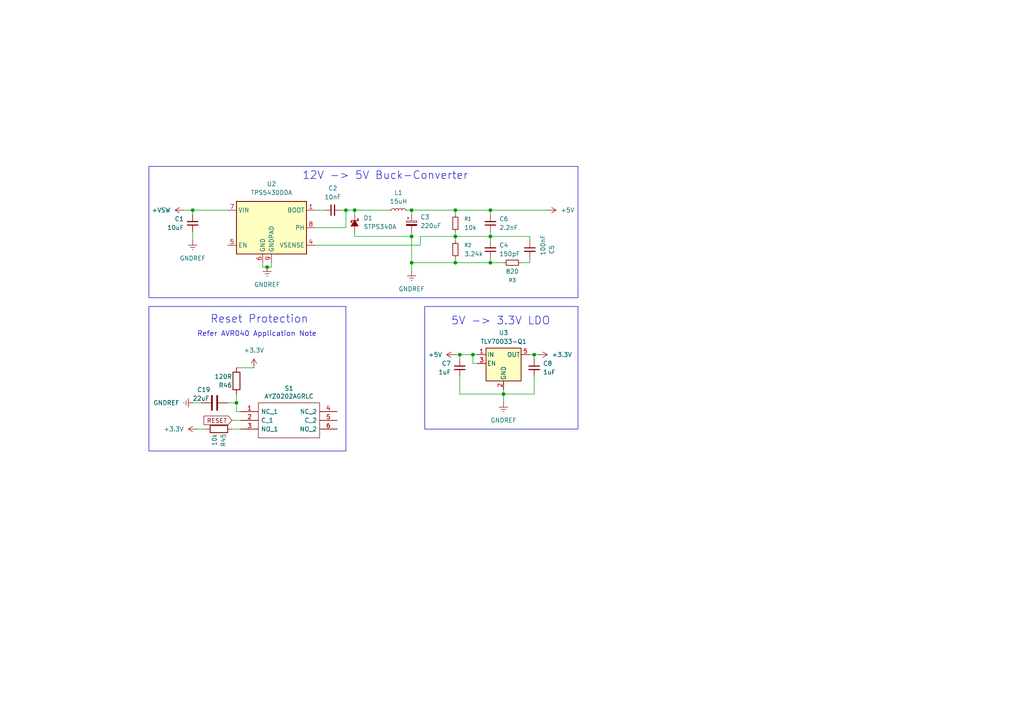
<source format=kicad_sch>
(kicad_sch (version 20250114) (generator "eeschema") (generator_version "9.0")
  (paper "A4")
  (lib_symbols
    (symbol "Device:C" (pin_numbers (hide yes)) (pin_names (offset 0.254))
      (property "Reference" "C" (at 0.635 2.54 0))
      (property "Value" "C" (at 0.635 -2.54 0))
      (symbol "C_0_1"
        (polyline (pts (xy -2.032 0.762) (xy 2.032 0.762)) (stroke (width 0.508)))
        (polyline (pts (xy -2.032 -0.762) (xy 2.032 -0.762)) (stroke (width 0.508)))
      )
      (symbol "C_1_1"
        (pin passive line (at 0 3.81 270) (length 2.794) (name "~") (number "1"))
        (pin passive line (at 0 -3.81 90) (length 2.794) (name "~") (number "2"))
      )
    )
    (symbol "Device:C_Polarized_Small" (pin_numbers (hide yes)) (pin_names (offset 0.254) (hide yes))
      (property "Reference" "C" (at 0.254 1.778 0))
      (property "Value" "C_Polarized_Small" (at 0.254 -2.032 0))
      (symbol "C_Polarized_Small_0_1"
        (rectangle (start -1.524 0.6858) (end 1.524 0.3048))
        (rectangle (start -1.524 -0.3048) (end 1.524 -0.6858) (fill (type outline)))
        (polyline (pts (xy -1.27 1.524) (xy -0.762 1.524)))
        (polyline (pts (xy -1.016 1.27) (xy -1.016 1.778)))
      )
      (symbol "C_Polarized_Small_1_1"
        (pin passive line (at 0 2.54 270) (length 1.8542) (name "~") (number "1"))
        (pin passive line (at 0 -2.54 90) (length 1.8542) (name "~") (number "2"))
      )
    )
    (symbol "Device:C_Small" (pin_numbers (hide yes)) (pin_names (offset 0.254) (hide yes))
      (property "Reference" "C" (at 0.254 1.778 0))
      (property "Value" "C_Small" (at 0.254 -2.032 0))
      (symbol "C_Small_0_1"
        (polyline (pts (xy -1.524 0.508) (xy 1.524 0.508)) (stroke (width 0.3048)))
        (polyline (pts (xy -1.524 -0.508) (xy 1.524 -0.508)) (stroke (width 0.3302)))
      )
      (symbol "C_Small_1_1"
        (pin passive line (at 0 2.54 270) (length 2.032) (name "~") (number "1"))
        (pin passive line (at 0 -2.54 90) (length 2.032) (name "~") (number "2"))
      )
    )
    (symbol "Device:D_Schottky_Small_Filled" (pin_numbers (hide yes)) (pin_names (offset 0.254) (hide yes))
      (property "Reference" "D" (at -1.27 2.032 0))
      (property "Value" "D_Schottky_Small_Filled" (at -7.112 -2.032 0))
      (symbol "D_Schottky_Small_Filled_0_1"
        (polyline (pts (xy -1.27 0.762) (xy -1.27 1.016) (xy -0.762 1.016) (xy -0.762 -1.016) (xy -0.254 -1.016) (xy -0.254 -0.762)) (stroke (width 0.254)))
        (polyline (pts (xy -0.762 0) (xy 0.762 0)))
        (polyline (pts (xy 0.762 -1.016) (xy -0.762 0) (xy 0.762 1.016) (xy 0.762 -1.016)) (stroke (width 0.254)) (fill (type outline)))
      )
      (symbol "D_Schottky_Small_Filled_1_1"
        (pin passive line (at -2.54 0 0) (length 1.778) (name "K") (number "1"))
        (pin passive line (at 2.54 0 180) (length 1.778) (name "A") (number "2"))
      )
    )
    (symbol "Device:L_Small" (pin_numbers (hide yes)) (pin_names (offset 0.254) (hide yes))
      (property "Reference" "L" (at 0.762 1.016 0))
      (property "Value" "L_Small" (at 0.762 -1.016 0))
      (symbol "L_Small_0_1"
        (arc (start 0 2.032) (mid 0.5058 1.524) (end 0 1.016))
        (arc (start 0 1.016) (mid 0.5058 0.508) (end 0 0))
        (arc (start 0 0) (mid 0.5058 -0.508) (end 0 -1.016))
        (arc (start 0 -1.016) (mid 0.5058 -1.524) (end 0 -2.032))
      )
      (symbol "L_Small_1_1"
        (pin passive line (at 0 2.54 270) (length 0.508) (name "~") (number "1"))
        (pin passive line (at 0 -2.54 90) (length 0.508) (name "~") (number "2"))
      )
    )
    (symbol "Device:R" (pin_numbers (hide yes)) (pin_names (offset 0))
      (property "Reference" "R" (at 2.032 0 90))
      (property "Value" "R" (at 0 0 90))
      (symbol "R_0_1"
        (rectangle (start -1.016 -2.54) (end 1.016 2.54) (stroke (width 0.254)))
      )
      (symbol "R_1_1"
        (pin passive line (at 0 3.81 270) (length 1.27) (name "~") (number "1"))
        (pin passive line (at 0 -3.81 90) (length 1.27) (name "~") (number "2"))
      )
    )
    (symbol "Device:R_Small" (pin_numbers (hide yes)) (pin_names (offset 0.254) (hide yes))
      (property "Reference" "R" (at 0 0 90))
      (property "Value" "R_Small" (at 1.778 0 90))
      (symbol "R_Small_0_1"
        (rectangle (start -0.762 1.778) (end 0.762 -1.778) (stroke (width 0.2032)))
      )
      (symbol "R_Small_1_1"
        (pin passive line (at 0 2.54 270) (length 0.762) (name "~") (number "1"))
        (pin passive line (at 0 -2.54 90) (length 0.762) (name "~") (number "2"))
      )
    )
    (symbol "Regulator_Linear:TLV70033_SOT23-5" (pin_names (offset 0.254))
      (property "Reference" "U" (at -3.81 5.715 0))
      (property "Value" "TLV70033_SOT23-5" (at 0 5.715 0))
      (symbol "TLV70033_SOT23-5_0_1"
        (rectangle (start -5.08 4.445) (end 5.08 -5.08) (stroke (width 0.254)) (fill (type background)))
      )
      (symbol "TLV70033_SOT23-5_1_1"
        (pin power_in line (at -7.62 2.54 0) (length 2.54) (name "IN") (number "1"))
        (pin input line (at -7.62 0 0) (length 2.54) (name "EN") (number "3"))
        (pin power_in line (at 0 -7.62 90) (length 2.54) (name "GND") (number "2"))
        (pin no_connect line (at 5.08 0 180) (length 2.54) (hide yes) (name "NC") (number "4"))
        (pin power_out line (at 7.62 2.54 180) (length 2.54) (name "OUT") (number "5"))
      )
    )
    (symbol "Regulator_Switching:TPS5430DDA"
      (property "Reference" "U" (at -10.16 8.89 0))
      (property "Value" "TPS5430DDA" (at -1.27 8.89 0))
      (symbol "TPS5430DDA_0_1"
        (rectangle (start -10.16 7.62) (end 10.16 -7.62) (stroke (width 0.254)) (fill (type background)))
      )
      (symbol "TPS5430DDA_1_1"
        (pin power_in line (at -12.7 5.08 0) (length 2.54) (name "VIN") (number "7"))
        (pin input line (at -12.7 -5.08 0) (length 2.54) (name "EN") (number "5"))
        (pin no_connect line (at -10.16 2.54 0) (length 2.54) (hide yes) (name "NC") (number "2"))
        (pin no_connect line (at -10.16 -2.54 0) (length 2.54) (hide yes) (name "NC") (number "3"))
        (pin power_in line (at -2.54 -10.16 90) (length 2.54) (name "GND") (number "6"))
        (pin power_in line (at 0 -10.16 90) (length 2.54) (name "GNDPAD") (number "9"))
        (pin input line (at 12.7 5.08 180) (length 2.54) (name "BOOT") (number "1"))
        (pin output line (at 12.7 0 180) (length 2.54) (name "PH") (number "8"))
        (pin input line (at 12.7 -5.08 180) (length 2.54) (name "VSENSE") (number "4"))
      )
    )
    (symbol "power:+3.3V" (power) (pin_numbers (hide yes)) (pin_names (offset 0) (hide yes))
      (property "Value" "+3.3V" (at 0 3.556 0))
      (symbol "+3.3V_0_1"
        (polyline (pts (xy -0.762 1.27) (xy 0 2.54)))
        (polyline (pts (xy 0 2.54) (xy 0.762 1.27)))
        (polyline (pts (xy 0 0) (xy 0 2.54)))
      )
      (symbol "+3.3V_1_1"
        (pin power_in line (at 0 0 90) (length 0) (name "~") (number "1"))
      )
    )
    (symbol "power:+5V" (power) (pin_numbers (hide yes)) (pin_names (offset 0) (hide yes))
      (property "Value" "+5V" (at 0 3.556 0))
      (symbol "+5V_0_1"
        (polyline (pts (xy -0.762 1.27) (xy 0 2.54)))
        (polyline (pts (xy 0 2.54) (xy 0.762 1.27)))
        (polyline (pts (xy 0 0) (xy 0 2.54)))
      )
      (symbol "+5V_1_1"
        (pin power_in line (at 0 0 90) (length 0) (name "~") (number "1"))
      )
    )
    (symbol "power:+VSW" (power) (pin_numbers (hide yes)) (pin_names (offset 0) (hide yes))
      (property "Value" "+VSW" (at 0 3.556 0))
      (symbol "+VSW_0_1"
        (polyline (pts (xy -0.762 1.27) (xy 0 2.54)))
        (polyline (pts (xy 0 2.54) (xy 0.762 1.27)))
        (polyline (pts (xy 0 0) (xy 0 2.54)))
      )
      (symbol "+VSW_1_1"
        (pin power_in line (at 0 0 90) (length 0) (name "~") (number "1"))
      )
    )
    (symbol "power:GNDREF" (power) (pin_numbers (hide yes)) (pin_names (offset 0) (hide yes))
      (property "Value" "GNDREF" (at 0 -3.81 0))
      (symbol "GNDREF_0_1"
        (polyline (pts (xy -0.635 -1.905) (xy 0.635 -1.905)))
        (polyline (pts (xy -0.127 -2.54) (xy 0.127 -2.54)))
        (polyline (pts (xy 0 -1.27) (xy 0 0)))
        (polyline (pts (xy 1.27 -1.27) (xy -1.27 -1.27)))
      )
      (symbol "GNDREF_1_1"
        (pin power_in line (at 0 0 270) (length 0) (name "~") (number "1"))
      )
    )
    (symbol "v0.4.4c-rescue:AYZ0202AGRLC-Misc" (pin_names (offset 0.762))
      (property "Reference" "S" (at 24.13 7.62 0))
      (property "Value" "v0.4.4c-rescue_AYZ0202AGRLC-Misc" (at 24.13 5.08 0))
      (symbol "AYZ0202AGRLC-Misc_0_0"
        (pin bidirectional line (at 0 0 0) (length 5.08) (name "NC_1") (number "1"))
        (pin bidirectional line (at 0 -2.54 0) (length 5.08) (name "C_1") (number "2"))
        (pin bidirectional line (at 0 -5.08 0) (length 5.08) (name "NO_1") (number "3"))
        (pin bidirectional line (at 27.94 0 180) (length 5.08) (name "NC_2") (number "4"))
        (pin bidirectional line (at 27.94 -2.54 180) (length 5.08) (name "C_2") (number "5"))
        (pin bidirectional line (at 27.94 -5.08 180) (length 5.08) (name "NO_2") (number "6"))
      )
      (symbol "AYZ0202AGRLC-Misc_0_1"
        (polyline (pts (xy 5.08 2.54) (xy 22.86 2.54) (xy 22.86 -7.62) (xy 5.08 -7.62) (xy 5.08 2.54)) (stroke (width 0.1524)))
      )
    )
  )
  (rectangle (start 123.19 88.9) (end 167.64 124.46))
  (rectangle (start 43.18 88.9) (end 100.33 130.81))
  (rectangle (start 43.18 48.26) (end 167.64 86.36))
  (text "5V -> 3.3V LDO" (at 130.81 94.488 0) (effects (font (size 2.2606 2.2606)) (justify left bottom)))
  (text "Reset Protection" (at 60.96 93.98 0) (effects (font (size 2.2606 2.2606)) (justify left bottom)))
  (text "12V -> 5V Buck-Converter" (at 87.63 52.324 0) (effects (font (size 2.2606 2.2606)) (justify left bottom)))
  (text "Refer AVR040 Application Note" (at 57.15 97.79 0) (effects (font (size 1.4732 1.4732)) (justify left bottom)))
  (junction (at 77.47 77.47))
  (junction (at 100.33 60.96))
  (junction (at 119.38 76.2))
  (junction (at 132.08 68.58))
  (junction (at 142.24 60.96))
  (junction (at 142.24 68.58))
  (junction (at 102.87 60.96))
  (junction (at 154.94 102.87))
  (junction (at 55.88 60.96))
  (junction (at 133.35 102.87))
  (junction (at 132.08 60.96))
  (junction (at 119.38 60.96))
  (junction (at 142.24 76.2))
  (junction (at 68.58 116.84))
  (junction (at 146.05 114.3))
  (junction (at 137.16 102.87))
  (junction (at 132.08 76.2))
  (junction (at 119.38 68.58))
  (wire (pts (xy 133.35 102.87) (xy 133.35 104.14)))
  (wire (pts (xy 67.31 121.92) (xy 69.85 121.92)))
  (wire (pts (xy 102.87 67.31) (xy 102.87 68.58)))
  (wire (pts (xy 53.34 60.96) (xy 55.88 60.96)))
  (wire (pts (xy 55.88 62.23) (xy 55.88 60.96)))
  (wire (pts (xy 91.44 66.04) (xy 100.33 66.04)))
  (wire (pts (xy 153.67 74.93) (xy 153.67 76.2)))
  (wire (pts (xy 100.33 60.96) (xy 102.87 60.96)))
  (wire (pts (xy 78.74 76.2) (xy 78.74 77.47)))
  (wire (pts (xy 102.87 60.96) (xy 113.03 60.96)))
  (wire (pts (xy 55.88 67.31) (xy 55.88 69.85)))
  (wire (pts (xy 154.94 102.87) (xy 153.67 102.87)))
  (wire (pts (xy 132.08 102.87) (xy 133.35 102.87)))
  (wire (pts (xy 68.58 119.38) (xy 69.85 119.38)))
  (wire (pts (xy 154.94 109.22) (xy 154.94 114.3)))
  (wire (pts (xy 146.05 113.03) (xy 146.05 114.3)))
  (wire (pts (xy 132.08 62.23) (xy 132.08 60.96)))
  (wire (pts (xy 121.92 68.58) (xy 132.08 68.58)))
  (wire (pts (xy 55.88 60.96) (xy 66.04 60.96)))
  (wire (pts (xy 153.67 68.58) (xy 153.67 69.85)))
  (wire (pts (xy 67.31 124.46) (xy 69.85 124.46)))
  (wire (pts (xy 76.2 77.47) (xy 77.47 77.47)))
  (wire (pts (xy 118.11 60.96) (xy 119.38 60.96)))
  (wire (pts (xy 66.04 116.84) (xy 68.58 116.84)))
  (wire (pts (xy 77.47 77.47) (xy 78.74 77.47)))
  (wire (pts (xy 142.24 76.2) (xy 142.24 74.93)))
  (wire (pts (xy 132.08 74.93) (xy 132.08 76.2)))
  (wire (pts (xy 119.38 60.96) (xy 119.38 62.23)))
  (wire (pts (xy 99.06 60.96) (xy 100.33 60.96)))
  (wire (pts (xy 142.24 76.2) (xy 146.05 76.2)))
  (wire (pts (xy 154.94 114.3) (xy 146.05 114.3)))
  (wire (pts (xy 121.92 71.12) (xy 121.92 68.58)))
  (wire (pts (xy 154.94 104.14) (xy 154.94 102.87)))
  (wire (pts (xy 146.05 114.3) (xy 146.05 116.84)))
  (wire (pts (xy 57.15 124.46) (xy 59.69 124.46)))
  (wire (pts (xy 91.44 71.12) (xy 121.92 71.12)))
  (wire (pts (xy 142.24 69.85) (xy 142.24 68.58)))
  (wire (pts (xy 132.08 67.31) (xy 132.08 68.58)))
  (wire (pts (xy 153.67 76.2) (xy 151.13 76.2)))
  (wire (pts (xy 133.35 109.22) (xy 133.35 114.3)))
  (wire (pts (xy 142.24 62.23) (xy 142.24 60.96)))
  (wire (pts (xy 76.2 76.2) (xy 76.2 77.47)))
  (wire (pts (xy 119.38 60.96) (xy 132.08 60.96)))
  (wire (pts (xy 119.38 68.58) (xy 119.38 67.31)))
  (wire (pts (xy 137.16 102.87) (xy 138.43 102.87)))
  (wire (pts (xy 142.24 68.58) (xy 132.08 68.58)))
  (wire (pts (xy 100.33 66.04) (xy 100.33 60.96)))
  (wire (pts (xy 132.08 68.58) (xy 132.08 69.85)))
  (wire (pts (xy 68.58 106.68) (xy 73.66 106.68)))
  (wire (pts (xy 55.88 116.84) (xy 58.42 116.84)))
  (wire (pts (xy 137.16 102.87) (xy 137.16 105.41)))
  (wire (pts (xy 68.58 116.84) (xy 68.58 114.3)))
  (wire (pts (xy 133.35 114.3) (xy 146.05 114.3)))
  (wire (pts (xy 142.24 68.58) (xy 153.67 68.58)))
  (wire (pts (xy 142.24 67.31) (xy 142.24 68.58)))
  (wire (pts (xy 154.94 102.87) (xy 156.21 102.87)))
  (wire (pts (xy 68.58 119.38) (xy 68.58 116.84)))
  (wire (pts (xy 119.38 76.2) (xy 132.08 76.2)))
  (wire (pts (xy 138.43 105.41) (xy 137.16 105.41)))
  (wire (pts (xy 132.08 76.2) (xy 142.24 76.2)))
  (wire (pts (xy 91.44 60.96) (xy 93.98 60.96)))
  (wire (pts (xy 142.24 60.96) (xy 132.08 60.96)))
  (wire (pts (xy 102.87 68.58) (xy 119.38 68.58)))
  (wire (pts (xy 133.35 102.87) (xy 137.16 102.87)))
  (wire (pts (xy 142.24 60.96) (xy 158.75 60.96)))
  (wire (pts (xy 119.38 76.2) (xy 119.38 78.74)))
  (wire (pts (xy 102.87 60.96) (xy 102.87 62.23)))
  (wire (pts (xy 119.38 68.58) (xy 119.38 76.2)))
  (global_label "RESET" (shape input) (at 67.31 121.92 180) (property "Intersheetrefs" "${INTERSHEET_REFS}" (effects (hide yes))))
  (symbol (lib_id "v0.4.4c-rescue:AYZ0202AGRLC-Misc") (at 69.85 119.38 0) (unit 1)
    (property "Reference" "S1" (at 83.82 112.649 0))
    (property "Value" "AYZ0202AGRLC" (at 83.82 114.9604 0))
    (property "Footprint" "Misc:AYZ0202AGRLC" (effects (hide yes)))
    (property "Description" "AYZ0202AGRLC (Slide Switches)" (effects (hide yes)))
    (property "RS Part Number" "7931504P" (effects (hide yes)))
    (property "RS Price/Stock" "http://uk.rs-online.com/web/p/products/7931504P" (effects (hide yes)))
    (property "Manufacturer_Name" "C & K COMPONENTS" (effects (hide yes)))
    (property "Manufacturer_Part_Number" "AYZ0202AGRLC" (effects (hide yes)))
    (property "Allied_Number" "70417470" (effects (hide yes)))
    (property "Digikey Part Number" "401-2013-1-ND" (effects (hide yes)))
    (property "URL" "https://www.digikey.com.au/product-detail/en/c-k/AYZ0202AGRLC/401-2013-1-ND/1640122" (effects (hide yes)))
  )
  (symbol (lib_id "Device:R") (at 63.5 124.46 270) (unit 1)
    (property "Reference" "R45" (at 64.77 125.73 0) (effects (justify left)))
    (property "Value" "10k" (at 62.23 125.73 0) (effects (justify left)))
    (property "Footprint" "Resistor_SMD:R_0805_2012Metric" (effects (hide yes)))
    (property "Digikey Part Number" "311-10KARCT-ND" (effects (hide yes)))
    (property "Manufacturer_Name" "Yageo" (effects (hide yes)))
    (property "Manufacturer_Part_Number" "RC0805JR-0710KL" (effects (hide yes)))
    (property "URL" "https://www.digikey.com/product-detail/en/yageo/RC0805JR-0710KL/311-10KARCT-ND/731188" (effects (hide yes)))
  )
  (symbol (lib_id "Device:C") (at 62.23 116.84 270) (unit 1)
    (property "Reference" "C19" (at 57.15 113.03 90) (effects (justify left)))
    (property "Value" "22uF" (at 55.88 115.57 90) (effects (justify left)))
    (property "Footprint" "Capacitor_SMD:C_0805_2012Metric_Pad1.15x1.40mm_HandSolder" (effects (hide yes)))
    (property "Digikey Part Number" "1276-6687-1-ND" (effects (hide yes)))
    (property "Manufacturer_Name" "Samsung" (effects (hide yes)))
    (property "Manufacturer_Part_Number" "CL21A226KQCLRNC" (effects (hide yes)))
    (property "URL" "https://www.digikey.com.au/product-detail/en/samsung-electro-mechanics/CL21A226KQCLRNC/1276-6687-1-ND/5961546" (effects (hide yes)))
  )
  (symbol (lib_id "Device:R") (at 68.58 110.49 180) (unit 1)
    (property "Reference" "R46" (at 67.31 111.76 0) (effects (justify left)))
    (property "Value" "120R" (at 67.31 109.22 0) (effects (justify left)))
    (property "Footprint" "Resistor_SMD:R_0805_2012Metric" (effects (hide yes)))
    (property "Digikey Part Number" "311-120CRCT-ND" (effects (hide yes)))
    (property "Manufacturer_Name" "Yageo" (effects (hide yes)))
    (property "Manufacturer_Part_Number" "RC0805FR-07120RL" (effects (hide yes)))
    (property "URL" "https://www.digikey.com/product-detail/en/yageo/RC0805FR-07120RL/311-120CRCT-ND/730522" (effects (hide yes)))
  )
  (symbol (lib_id "power:GNDREF") (at 119.38 78.74 0) (unit 1)
    (property "Reference" "#PWR07" (effects (hide yes)))
    (property "Value" "GNDREF" (at 119.38 83.82 0))
    (property "Description" "Power symbol creates a global label with name \"GNDREF\" , reference supply ground" (effects (hide yes)))
  )
  (symbol (lib_id "Device:C_Small") (at 133.35 106.68 0) (unit 1)
    (property "Reference" "C7" (at 130.81 105.4162 0) (effects (justify right)))
    (property "Value" "1uF" (at 130.81 107.9562 0) (effects (justify right)))
    (property "Description" "Unpolarized capacitor, small symbol" (effects (hide yes)))
  )
  (symbol (lib_id "Device:C_Small") (at 55.88 64.77 0) (mirror x) (unit 1)
    (property "Reference" "C1" (at 53.34 63.4935 0) (effects (justify right)))
    (property "Value" "10uF" (at 53.34 66.0335 0) (effects (justify right)))
    (property "Footprint" "Capacitor_SMD:C_0603_1608Metric_Pad1.08x0.95mm_HandSolder" (effects (hide yes)))
    (property "Description" "Unpolarized capacitor, small symbol" (effects (hide yes)))
  )
  (symbol (lib_id "Device:C_Small") (at 142.24 64.77 180) (unit 1)
    (property "Reference" "C6" (at 144.78 63.4935 0) (effects (justify right)))
    (property "Value" "2.2nF" (at 144.78 66.0335 0) (effects (justify right)))
    (property "Footprint" "Capacitor_SMD:C_0603_1608Metric_Pad1.08x0.95mm_HandSolder" (effects (hide yes)))
    (property "Description" "Unpolarized capacitor, small symbol" (effects (hide yes)))
  )
  (symbol (lib_id "power:GNDREF") (at 77.47 77.47 0) (unit 1)
    (property "Reference" "#PWR04" (effects (hide yes)))
    (property "Value" "GNDREF" (at 77.47 82.55 0))
    (property "Description" "Power symbol creates a global label with name \"GNDREF\" , reference supply ground" (effects (hide yes)))
  )
  (symbol (lib_id "Regulator_Linear:TLV70033_SOT23-5") (at 146.05 105.41 0) (unit 1)
    (property "Reference" "U3" (at 146.05 96.52 0))
    (property "Value" "TLV70033-Q1" (at 146.05 99.06 0))
    (property "Footprint" "Package_TO_SOT_SMD:SOT-23-5" (effects (hide yes)))
    (property "Datasheet" "http://www.ti.com/lit/ds/symlink/tlv700.pdf" (effects (hide yes)))
    (property "Description" "200mA Low Dropout Voltage Regulator, Fixed Output 3.3V, SOT-23-5" (effects (hide yes)))
  )
  (symbol (lib_id "Device:L_Small") (at 115.57 60.96 90) (unit 1)
    (property "Reference" "L1" (at 115.57 55.88 90))
    (property "Value" "15uH" (at 115.57 58.42 90))
    (property "Footprint" "Inductor_SMD:L_12x12mm_H8mm" (effects (hide yes)))
    (property "Description" "Inductor, small symbol" (effects (hide yes)))
  )
  (symbol (lib_id "power:GNDREF") (at 146.05 116.84 0) (unit 1)
    (property "Reference" "#PWR011" (effects (hide yes)))
    (property "Value" "GNDREF" (at 146.05 121.92 0))
    (property "Description" "Power symbol creates a global label with name \"GNDREF\" , reference supply ground" (effects (hide yes)))
  )
  (symbol (lib_id "Device:C_Small") (at 96.52 60.96 90) (unit 1)
    (property "Reference" "C2" (at 96.5263 54.61 90))
    (property "Value" "10nF" (at 96.5263 57.15 90))
    (property "Footprint" "Capacitor_SMD:C_0603_1608Metric_Pad1.08x0.95mm_HandSolder" (effects (hide yes)))
    (property "Description" "Unpolarized capacitor, small symbol" (effects (hide yes)))
  )
  (symbol (lib_id "power:+VSW") (at 53.34 60.96 90) (unit 1)
    (property "Reference" "#PWR06" (effects (hide yes)))
    (property "Value" "+VSW" (at 49.53 60.9599 90) (effects (justify left)))
    (property "Description" "Power symbol creates a global label with name \"+VSW\"" (effects (hide yes)))
  )
  (symbol (lib_id "power:+5V") (at 132.08 102.87 90) (unit 1)
    (property "Reference" "#PWR09" (effects (hide yes)))
    (property "Value" "+5V" (at 128.27 102.8699 90) (effects (justify left)))
    (property "Description" "Power symbol creates a global label with name \"+5V\"" (effects (hide yes)))
  )
  (symbol (lib_id "power:+3.3V") (at 73.66 106.68 0) (unit 1)
    (property "Reference" "#PWR01" (effects (hide yes)))
    (property "Value" "+3.3V" (at 73.66 101.6 0))
    (property "Description" "Power symbol creates a global label with name \"+3.3V\"" (effects (hide yes)))
  )
  (symbol (lib_id "Device:C_Small") (at 142.24 72.39 180) (unit 1)
    (property "Reference" "C4" (at 144.78 71.1135 0) (effects (justify right)))
    (property "Value" "150pF" (at 144.78 73.6535 0) (effects (justify right)))
    (property "Footprint" "Capacitor_SMD:C_0603_1608Metric_Pad1.08x0.95mm_HandSolder" (effects (hide yes)))
    (property "Description" "Unpolarized capacitor, small symbol" (effects (hide yes)))
  )
  (symbol (lib_id "Device:R_Small") (at 148.59 76.2 270) (unit 1)
    (property "Reference" "R3" (at 148.59 81.28 90) (effects (font (size 1.016 1.016))))
    (property "Value" "820" (at 148.59 78.74 90))
    (property "Description" "Resistor, small symbol" (effects (hide yes)))
  )
  (symbol (lib_id "power:GNDREF") (at 55.88 69.85 0) (unit 1)
    (property "Reference" "#PWR05" (effects (hide yes)))
    (property "Value" "GNDREF" (at 55.88 74.93 0))
    (property "Description" "Power symbol creates a global label with name \"GNDREF\" , reference supply ground" (effects (hide yes)))
  )
  (symbol (lib_id "power:+3.3V") (at 156.21 102.87 270) (unit 1)
    (property "Reference" "#PWR010" (effects (hide yes)))
    (property "Value" "+3.3V" (at 160.02 102.8699 90) (effects (justify left)))
    (property "Description" "Power symbol creates a global label with name \"+3.3V\"" (effects (hide yes)))
  )
  (symbol (lib_id "Device:C_Small") (at 154.94 106.68 0) (unit 1)
    (property "Reference" "C8" (at 157.48 105.4162 0) (effects (justify left)))
    (property "Value" "1uF" (at 157.48 107.9562 0) (effects (justify left)))
    (property "Description" "Unpolarized capacitor, small symbol" (effects (hide yes)))
  )
  (symbol (lib_id "Device:D_Schottky_Small_Filled") (at 102.87 64.77 270) (unit 1)
    (property "Reference" "D1" (at 105.41 63.2459 90) (effects (justify left)))
    (property "Value" "STPS340A" (at 105.41 65.7859 90) (effects (justify left)))
    (property "Description" "Schottky diode, small symbol, filled shape" (effects (hide yes)))
  )
  (symbol (lib_id "Device:R_Small") (at 132.08 64.77 0) (unit 1)
    (property "Reference" "R1" (at 134.62 63.4999 0) (effects (font (size 1.016 1.016)) (justify left)))
    (property "Value" "10k" (at 134.62 66.0399 0) (effects (justify left)))
    (property "Description" "Resistor, small symbol" (effects (hide yes)))
  )
  (symbol (lib_id "Device:R_Small") (at 132.08 72.39 0) (unit 1)
    (property "Reference" "R2" (at 134.62 71.1199 0) (effects (font (size 1.016 1.016)) (justify left)))
    (property "Value" "3.24k" (at 134.62 73.6599 0) (effects (justify left)))
    (property "Description" "Resistor, small symbol" (effects (hide yes)))
  )
  (symbol (lib_id "Device:C_Small") (at 153.67 72.39 0) (mirror y) (unit 1)
    (property "Reference" "C5" (at 160.02 72.3964 90))
    (property "Value" "100nF" (at 157.48 71.12 90))
    (property "Footprint" "Capacitor_SMD:C_0603_1608Metric_Pad1.08x0.95mm_HandSolder" (effects (hide yes)))
    (property "Description" "Unpolarized capacitor, small symbol" (effects (hide yes)))
  )
  (symbol (lib_id "Device:C_Polarized_Small") (at 119.38 64.77 0) (unit 1)
    (property "Reference" "C3" (at 121.92 62.9538 0) (effects (justify left)))
    (property "Value" "220uF" (at 121.92 65.4938 0) (effects (justify left)))
    (property "Footprint" "Capacitor_SMD:C_Elec_4x5.8" (effects (hide yes)))
    (property "Description" "Polarized capacitor, small symbol" (effects (hide yes)))
  )
  (symbol (lib_id "power:+3.3V") (at 57.15 124.46 90) (unit 1)
    (property "Reference" "#PWR02" (effects (hide yes)))
    (property "Value" "+3.3V" (at 53.34 124.4599 90) (effects (justify left)))
    (property "Description" "Power symbol creates a global label with name \"+3.3V\"" (effects (hide yes)))
  )
  (symbol (lib_id "power:+5V") (at 158.75 60.96 270) (unit 1)
    (property "Reference" "#PWR08" (effects (hide yes)))
    (property "Value" "+5V" (at 162.56 60.9599 90) (effects (justify left)))
    (property "Description" "Power symbol creates a global label with name \"+5V\"" (effects (hide yes)))
  )
  (symbol (lib_id "Regulator_Switching:TPS5430DDA") (at 78.74 66.04 0) (unit 1)
    (property "Reference" "U2" (at 78.74 53.34 0))
    (property "Value" "TPS5430DDA" (at 78.74 55.88 0))
    (property "Footprint" "Package_SO:TI_SO-PowerPAD-8_ThermalVias" (effects (hide yes)))
    (property "Datasheet" "http://www.ti.com/lit/ds/symlink/tps5430.pdf" (effects (hide yes)))
    (property "Description" "3A, Step Down Swift Converter, Adjustable Output Voltage, 5.5-36V Input Voltage, PowerSO-8" (effects (hide yes)))
  )
  (symbol (lib_id "power:GNDREF") (at 55.88 116.84 270) (unit 1)
    (property "Reference" "#PWR03" (effects (hide yes)))
    (property "Value" "GNDREF" (at 52.07 116.8399 90) (effects (justify right)))
    (property "Description" "Power symbol creates a global label with name \"GNDREF\" , reference supply ground" (effects (hide yes)))
  )
)
</source>
